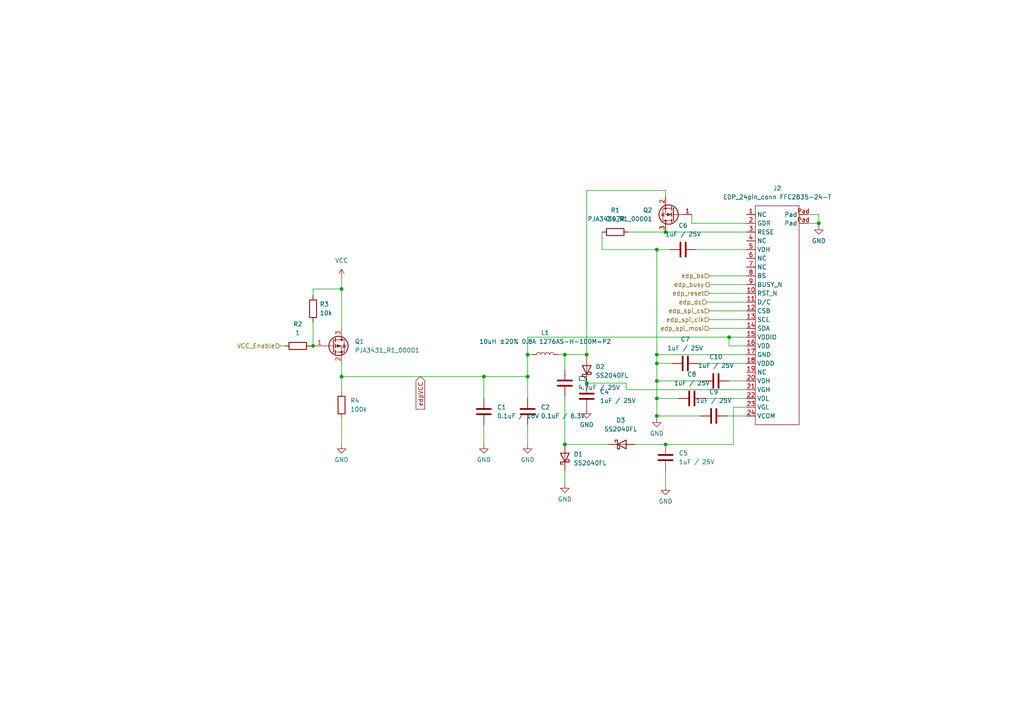
<source format=kicad_sch>
(kicad_sch (version 20250114) (generator "eeschema") (generator_version "9.0")
  (paper "A4")
  (lib_symbols
    (symbol "Device:C" (pin_numbers (hide yes)) (pin_names (offset 0.254))
      (property "Reference" "C" (at 0.635 2.54 0))
      (property "Value" "C" (at 0.635 -2.54 0))
      (symbol "C_0_1"
        (polyline (pts (xy -2.032 0.762) (xy 2.032 0.762)) (stroke (width 0.508)))
        (polyline (pts (xy -2.032 -0.762) (xy 2.032 -0.762)) (stroke (width 0.508)))
      )
      (symbol "C_1_1"
        (pin passive line (at 0 3.81 270) (length 2.794) (name "~") (number "1"))
        (pin passive line (at 0 -3.81 90) (length 2.794) (name "~") (number "2"))
      )
    )
    (symbol "Device:D_Schottky" (pin_numbers (hide yes)) (pin_names (offset 1.016) (hide yes))
      (property "Reference" "D" (at 0 2.54 0))
      (property "Value" "D_Schottky" (at 0 -2.54 0))
      (symbol "D_Schottky_0_1"
        (polyline (pts (xy -1.905 0.635) (xy -1.905 1.27) (xy -1.27 1.27) (xy -1.27 -1.27) (xy -0.635 -1.27) (xy -0.635 -0.635)) (stroke (width 0.254)))
        (polyline (pts (xy 1.27 1.27) (xy 1.27 -1.27) (xy -1.27 0) (xy 1.27 1.27)) (stroke (width 0.254)))
        (polyline (pts (xy 1.27 0) (xy -1.27 0)))
      )
      (symbol "D_Schottky_1_1"
        (pin passive line (at -3.81 0 0) (length 2.54) (name "K") (number "1"))
        (pin passive line (at 3.81 0 180) (length 2.54) (name "A") (number "2"))
      )
    )
    (symbol "Device:L" (pin_numbers (hide yes)) (pin_names (offset 1.016) (hide yes))
      (property "Reference" "L" (at -1.27 0 90))
      (property "Value" "L" (at 1.905 0 90))
      (symbol "L_0_1"
        (arc (start 0 2.54) (mid 0.6323 1.905) (end 0 1.27))
        (arc (start 0 1.27) (mid 0.6323 0.635) (end 0 0))
        (arc (start 0 0) (mid 0.6323 -0.635) (end 0 -1.27))
        (arc (start 0 -1.27) (mid 0.6323 -1.905) (end 0 -2.54))
      )
      (symbol "L_1_1"
        (pin passive line (at 0 3.81 270) (length 1.27) (name "1") (number "1"))
        (pin passive line (at 0 -3.81 90) (length 1.27) (name "2") (number "2"))
      )
    )
    (symbol "Device:Q_NMOS_GSD" (pin_names (offset 0) (hide yes))
      (property "Reference" "Q" (at 5.08 1.27 0))
      (property "Value" "Q_NMOS_GSD" (at 5.08 -1.27 0))
      (symbol "Q_NMOS_GSD_0_1"
        (polyline (pts (xy 0.254 1.905) (xy 0.254 -1.905)) (stroke (width 0.254)))
        (polyline (pts (xy 0.254 0) (xy -2.54 0)))
        (polyline (pts (xy 0.762 2.286) (xy 0.762 1.27)) (stroke (width 0.254)))
        (polyline (pts (xy 0.762 0.508) (xy 0.762 -0.508)) (stroke (width 0.254)))
        (polyline (pts (xy 0.762 -1.27) (xy 0.762 -2.286)) (stroke (width 0.254)))
        (polyline (pts (xy 0.762 -1.778) (xy 3.302 -1.778) (xy 3.302 1.778) (xy 0.762 1.778)))
        (polyline (pts (xy 1.016 0) (xy 2.032 0.381) (xy 2.032 -0.381) (xy 1.016 0)) (fill (type outline)))
        (circle (center 1.651 0) (radius 2.794) (stroke (width 0.254)))
        (polyline (pts (xy 2.54 2.54) (xy 2.54 1.778)))
        (circle (center 2.54 1.778) (radius 0.254) (fill (type outline)))
        (circle (center 2.54 -1.778) (radius 0.254) (fill (type outline)))
        (polyline (pts (xy 2.54 -2.54) (xy 2.54 0) (xy 0.762 0)))
        (polyline (pts (xy 2.794 0.508) (xy 2.921 0.381) (xy 3.683 0.381) (xy 3.81 0.254)))
        (polyline (pts (xy 3.302 0.381) (xy 2.921 -0.254) (xy 3.683 -0.254) (xy 3.302 0.381)))
      )
      (symbol "Q_NMOS_GSD_1_1"
        (pin input line (at -5.08 0 0) (length 2.54) (name "G") (number "1"))
        (pin passive line (at 2.54 5.08 270) (length 2.54) (name "D") (number "3"))
        (pin passive line (at 2.54 -5.08 90) (length 2.54) (name "S") (number "2"))
      )
    )
    (symbol "Device:Q_PMOS_GSD" (pin_names (offset 0) (hide yes))
      (property "Reference" "Q" (at 5.08 1.27 0))
      (property "Value" "Q_PMOS_GSD" (at 5.08 -1.27 0))
      (symbol "Q_PMOS_GSD_0_1"
        (polyline (pts (xy 0.254 1.905) (xy 0.254 -1.905)) (stroke (width 0.254)))
        (polyline (pts (xy 0.254 0) (xy -2.54 0)))
        (polyline (pts (xy 0.762 2.286) (xy 0.762 1.27)) (stroke (width 0.254)))
        (polyline (pts (xy 0.762 1.778) (xy 3.302 1.778) (xy 3.302 -1.778) (xy 0.762 -1.778)))
        (polyline (pts (xy 0.762 0.508) (xy 0.762 -0.508)) (stroke (width 0.254)))
        (polyline (pts (xy 0.762 -1.27) (xy 0.762 -2.286)) (stroke (width 0.254)))
        (circle (center 1.651 0) (radius 2.794) (stroke (width 0.254)))
        (polyline (pts (xy 2.286 0) (xy 1.27 0.381) (xy 1.27 -0.381) (xy 2.286 0)) (fill (type outline)))
        (polyline (pts (xy 2.54 2.54) (xy 2.54 1.778)))
        (circle (center 2.54 1.778) (radius 0.254) (fill (type outline)))
        (circle (center 2.54 -1.778) (radius 0.254) (fill (type outline)))
        (polyline (pts (xy 2.54 -2.54) (xy 2.54 0) (xy 0.762 0)))
        (polyline (pts (xy 2.794 -0.508) (xy 2.921 -0.381) (xy 3.683 -0.381) (xy 3.81 -0.254)))
        (polyline (pts (xy 3.302 -0.381) (xy 2.921 0.254) (xy 3.683 0.254) (xy 3.302 -0.381)))
      )
      (symbol "Q_PMOS_GSD_1_1"
        (pin input line (at -5.08 0 0) (length 2.54) (name "G") (number "1"))
        (pin passive line (at 2.54 5.08 270) (length 2.54) (name "D") (number "3"))
        (pin passive line (at 2.54 -5.08 90) (length 2.54) (name "S") (number "2"))
      )
    )
    (symbol "Device:R" (pin_numbers (hide yes)) (pin_names (offset 0))
      (property "Reference" "R" (at 2.032 0 90))
      (property "Value" "R" (at 0 0 90))
      (symbol "R_0_1"
        (rectangle (start -1.016 -2.54) (end 1.016 2.54) (stroke (width 0.254)))
      )
      (symbol "R_1_1"
        (pin passive line (at 0 3.81 270) (length 1.27) (name "~") (number "1"))
        (pin passive line (at 0 -3.81 90) (length 1.27) (name "~") (number "2"))
      )
    )
    (symbol "EDP_24pin_conn:EDP_24pin_conn"
      (property "Reference" "J" (at 0 3.81 0))
      (property "Value" "EDP_24pin_conn" (at 0 1.27 0))
      (symbol "EDP_24pin_conn_0_1"
        (rectangle (start -6.35 0) (end 6.35 -63.5))
      )
      (symbol "EDP_24pin_conn_1_1"
        (pin free line (at -8.89 -2.54 0) (length 2.54) (name "NC") (number "1"))
        (pin output line (at -8.89 -5.08 0) (length 2.54) (name "GDR") (number "2"))
        (pin input line (at -8.89 -7.62 0) (length 2.54) (name "RESE") (number "3"))
        (pin free line (at -8.89 -10.16 0) (length 2.54) (name "NC") (number "4"))
        (pin power_out line (at -8.89 -12.7 0) (length 2.54) (name "VDH") (number "5"))
        (pin free line (at -8.89 -15.24 0) (length 2.54) (name "NC") (number "6"))
        (pin free line (at -8.89 -17.78 0) (length 2.54) (name "NC") (number "7"))
        (pin input line (at -8.89 -20.32 0) (length 2.54) (name "BS") (number "8"))
        (pin output line (at -8.89 -22.86 0) (length 2.54) (name "BUSY_N") (number "9"))
        (pin input line (at -8.89 -25.4 0) (length 2.54) (name "RST_N") (number "10"))
        (pin input line (at -8.89 -27.94 0) (length 2.54) (name "D/C") (number "11"))
        (pin input line (at -8.89 -30.48 0) (length 2.54) (name "CSB") (number "12"))
        (pin input line (at -8.89 -33.02 0) (length 2.54) (name "SCL") (number "13"))
        (pin input line (at -8.89 -35.56 0) (length 2.54) (name "SDA") (number "14"))
        (pin power_in line (at -8.89 -38.1 0) (length 2.54) (name "VDDIO") (number "15"))
        (pin power_in line (at -8.89 -40.64 0) (length 2.54) (name "VDD") (number "16"))
        (pin power_in line (at -8.89 -43.18 0) (length 2.54) (name "GND") (number "17"))
        (pin power_out line (at -8.89 -45.72 0) (length 2.54) (name "VDDD") (number "18"))
        (pin free line (at -8.89 -48.26 0) (length 2.54) (name "NC") (number "19"))
        (pin power_out line (at -8.89 -50.8 0) (length 2.54) (name "VDH") (number "20"))
        (pin power_out line (at -8.89 -53.34 0) (length 2.54) (name "VGH") (number "21"))
        (pin power_out line (at -8.89 -55.88 0) (length 2.54) (name "VDL") (number "22"))
        (pin power_out line (at -8.89 -58.42 0) (length 2.54) (name "VGL") (number "23"))
        (pin power_out line (at -8.89 -60.96 0) (length 2.54) (name "VCOM") (number "24"))
        (pin passive line (at 8.89 -2.54 180) (length 2.54) (name "Pad") (number "Pad"))
        (pin passive line (at 8.89 -5.08 180) (length 2.54) (name "Pad") (number "Pad"))
      )
    )
    (symbol "power:GND" (power) (pin_names (offset 0))
      (property "Value" "GND" (at 0 -3.81 0))
      (symbol "GND_0_1"
        (polyline (pts (xy 0 0) (xy 0 -1.27) (xy 1.27 -1.27) (xy 0 -2.54) (xy -1.27 -1.27) (xy 0 -1.27)))
      )
      (symbol "GND_1_1"
        (pin power_in line (at 0 0 270) (length 0) (hide yes) (name "GND") (number "1"))
      )
    )
    (symbol "power:VCC" (power) (pin_names (offset 0))
      (property "Value" "VCC" (at 0 3.81 0))
      (symbol "VCC_0_1"
        (polyline (pts (xy -0.762 1.27) (xy 0 2.54)))
        (polyline (pts (xy 0 2.54) (xy 0.762 1.27)))
        (polyline (pts (xy 0 0) (xy 0 2.54)))
      )
      (symbol "VCC_1_1"
        (pin power_in line (at 0 0 90) (length 0) (hide yes) (name "VCC") (number "1"))
      )
    )
  )
  (junction (at 193.04 67.31))
  (junction (at 140.335 109.22))
  (junction (at 163.83 102.87))
  (junction (at 190.5 110.49))
  (junction (at 170.18 111.125))
  (junction (at 170.18 102.87))
  (junction (at 153.035 102.87))
  (junction (at 163.83 128.905))
  (junction (at 90.805 100.33))
  (junction (at 211.455 97.79))
  (junction (at 99.06 83.82))
  (junction (at 237.49 64.77))
  (junction (at 190.5 120.65))
  (junction (at 193.04 128.905))
  (junction (at 99.06 109.22))
  (junction (at 190.5 72.39))
  (junction (at 190.5 105.41))
  (junction (at 153.035 109.22))
  (junction (at 190.5 115.57))
  (junction (at 190.5 102.87))
  (wire (pts (xy 163.83 128.905) (xy 176.53 128.905)))
  (wire (pts (xy 99.06 105.41) (xy 99.06 109.22)))
  (wire (pts (xy 163.83 102.87) (xy 170.18 102.87)))
  (wire (pts (xy 182.245 67.31) (xy 193.04 67.31)))
  (wire (pts (xy 190.5 110.49) (xy 190.5 115.57)))
  (wire (pts (xy 140.335 123.19) (xy 140.335 128.905)))
  (wire (pts (xy 184.15 128.905) (xy 193.04 128.905)))
  (wire (pts (xy 174.625 72.39) (xy 190.5 72.39)))
  (wire (pts (xy 210.82 120.65) (xy 216.535 120.65)))
  (wire (pts (xy 205.105 87.63) (xy 216.535 87.63)))
  (wire (pts (xy 211.455 100.33) (xy 211.455 97.79)))
  (wire (pts (xy 190.5 120.65) (xy 190.5 121.285)))
  (wire (pts (xy 193.04 67.31) (xy 216.535 67.31)))
  (wire (pts (xy 190.5 105.41) (xy 190.5 110.49)))
  (wire (pts (xy 216.535 97.79) (xy 211.455 97.79)))
  (wire (pts (xy 205.74 92.71) (xy 216.535 92.71)))
  (wire (pts (xy 170.18 55.245) (xy 170.18 102.87)))
  (wire (pts (xy 201.93 72.39) (xy 216.535 72.39)))
  (wire (pts (xy 193.04 136.525) (xy 193.04 140.97)))
  (wire (pts (xy 202.565 105.41) (xy 216.535 105.41)))
  (wire (pts (xy 216.535 113.03) (xy 181.61 113.03)))
  (wire (pts (xy 200.66 62.23) (xy 200.66 64.77)))
  (wire (pts (xy 203.835 110.49) (xy 190.5 110.49)))
  (wire (pts (xy 205.74 95.25) (xy 216.535 95.25)))
  (wire (pts (xy 163.83 114.935) (xy 163.83 128.905)))
  (wire (pts (xy 204.47 115.57) (xy 216.535 115.57)))
  (wire (pts (xy 205.74 90.17) (xy 216.535 90.17)))
  (wire (pts (xy 211.455 110.49) (xy 216.535 110.49)))
  (wire (pts (xy 140.335 109.22) (xy 140.335 115.57)))
  (wire (pts (xy 161.925 102.87) (xy 163.83 102.87)))
  (wire (pts (xy 211.455 97.79) (xy 153.035 97.79)))
  (wire (pts (xy 181.61 111.125) (xy 170.18 111.125)))
  (wire (pts (xy 153.035 115.57) (xy 153.035 109.22)))
  (wire (pts (xy 212.725 128.905) (xy 193.04 128.905)))
  (wire (pts (xy 216.535 64.77) (xy 200.66 64.77)))
  (wire (pts (xy 163.83 136.525) (xy 163.83 140.335)))
  (wire (pts (xy 90.805 83.82) (xy 99.06 83.82)))
  (wire (pts (xy 154.305 102.87) (xy 153.035 102.87)))
  (wire (pts (xy 181.61 113.03) (xy 181.61 111.125)))
  (wire (pts (xy 153.035 97.79) (xy 153.035 102.87)))
  (wire (pts (xy 81.28 100.33) (xy 82.55 100.33)))
  (wire (pts (xy 190.5 115.57) (xy 190.5 120.65)))
  (wire (pts (xy 153.035 109.22) (xy 140.335 109.22)))
  (wire (pts (xy 216.535 102.87) (xy 190.5 102.87)))
  (wire (pts (xy 170.18 102.87) (xy 170.18 103.505)))
  (wire (pts (xy 99.06 83.82) (xy 99.06 80.645)))
  (wire (pts (xy 237.49 64.77) (xy 237.49 65.405)))
  (wire (pts (xy 153.035 102.87) (xy 153.035 109.22)))
  (wire (pts (xy 203.2 120.65) (xy 190.5 120.65)))
  (wire (pts (xy 163.83 102.87) (xy 163.83 107.315)))
  (wire (pts (xy 190.5 72.39) (xy 190.5 102.87)))
  (wire (pts (xy 193.04 57.15) (xy 193.04 55.245)))
  (wire (pts (xy 99.06 109.22) (xy 99.06 113.665)))
  (wire (pts (xy 205.74 85.09) (xy 216.535 85.09)))
  (wire (pts (xy 174.625 72.39) (xy 174.625 67.31)))
  (wire (pts (xy 90.805 100.33) (xy 91.44 100.33)))
  (wire (pts (xy 212.725 118.11) (xy 212.725 128.905)))
  (wire (pts (xy 196.85 115.57) (xy 190.5 115.57)))
  (wire (pts (xy 99.06 109.22) (xy 140.335 109.22)))
  (wire (pts (xy 90.805 93.345) (xy 90.805 100.33)))
  (wire (pts (xy 205.74 82.55) (xy 216.535 82.55)))
  (wire (pts (xy 194.945 105.41) (xy 190.5 105.41)))
  (wire (pts (xy 234.315 62.23) (xy 237.49 62.23)))
  (wire (pts (xy 90.805 85.725) (xy 90.805 83.82)))
  (wire (pts (xy 216.535 118.11) (xy 212.725 118.11)))
  (wire (pts (xy 216.535 100.33) (xy 211.455 100.33)))
  (wire (pts (xy 90.17 100.33) (xy 90.805 100.33)))
  (wire (pts (xy 153.035 123.19) (xy 153.035 128.905)))
  (wire (pts (xy 234.315 64.77) (xy 237.49 64.77)))
  (wire (pts (xy 190.5 102.87) (xy 190.5 105.41)))
  (wire (pts (xy 99.06 95.25) (xy 99.06 83.82)))
  (wire (pts (xy 190.5 72.39) (xy 194.31 72.39)))
  (wire (pts (xy 193.04 55.245) (xy 170.18 55.245)))
  (wire (pts (xy 99.06 121.285) (xy 99.06 128.905)))
  (wire (pts (xy 237.49 62.23) (xy 237.49 64.77)))
  (wire (pts (xy 205.74 80.01) (xy 216.535 80.01)))
  (global_label "edpVCC" (shape input) (at 121.92 109.22 270) (property "Intersheetrefs" "${INTERSHEET_REFS}" (effects (hide yes))))
  (hierarchical_label "edp_reset" (shape input) (at 205.74 85.09 180))
  (hierarchical_label "VCC_Enable" (shape input) (at 81.28 100.33 180))
  (hierarchical_label "edp_spi_cs" (shape input) (at 205.74 90.17 180))
  (hierarchical_label "edp_busy" (shape output) (at 205.74 82.55 180))
  (hierarchical_label "edp_bs" (shape input) (at 205.74 80.01 180))
  (hierarchical_label "edp_spi_clk" (shape input) (at 205.74 92.71 180))
  (hierarchical_label "edp_spi_mosi" (shape input) (at 205.74 95.25 180))
  (hierarchical_label "edp_dc" (shape input) (at 205.105 87.63 180))
  (symbol (lib_id "Device:C") (at 200.66 115.57 270) (unit 1)
    (property "Reference" "C8" (at 200.66 108.585 90))
    (property "Value" "1uF / 25V" (at 200.66 111.125 90))
    (property "Footprint" "Capacitor_SMD:C_0402_1005Metric_Pad0.74x0.62mm_HandSolder" (effects (hide yes)))
  )
  (symbol (lib_id "Device:D_Schottky") (at 170.18 107.315 90) (unit 1)
    (property "Reference" "D2" (at 172.72 106.3624 90) (effects (justify right)))
    (property "Value" "SS2040FL" (at 172.72 108.9024 90) (effects (justify right)))
    (property "Footprint" "Diode_SMD:D_SOD-123F" (effects (hide yes)))
  )
  (symbol (lib_id "Device:C") (at 163.83 111.125 180) (unit 1)
    (property "Reference" "C3" (at 167.64 109.8549 0) (effects (justify right)))
    (property "Value" "4.7uF / 25V" (at 167.64 112.3949 0) (effects (justify right)))
    (property "Footprint" "Capacitor_SMD:C_0402_1005Metric_Pad0.74x0.62mm_HandSolder" (effects (hide yes)))
  )
  (symbol (lib_id "EDP_24pin_conn:EDP_24pin_conn") (at 225.425 59.69 0) (unit 1)
    (property "Reference" "J2" (at 225.425 54.61 0))
    (property "Value" "EDP_24pin_conn FFC2B35-24-T" (at 225.425 57.15 0))
    (property "Footprint" "FFC2B35-24-T:FFC2B35-24-T" (effects (hide yes)))
    (property "Datasheet" "https://gct.co/files/drawings/ffc2b35.pdf" (effects (hide yes)))
  )
  (symbol (lib_id "Device:C") (at 198.755 105.41 270) (unit 1)
    (property "Reference" "C7" (at 198.755 98.425 90))
    (property "Value" "1uF / 25V" (at 198.755 100.965 90))
    (property "Footprint" "Capacitor_SMD:C_0402_1005Metric_Pad0.74x0.62mm_HandSolder" (effects (hide yes)))
  )
  (symbol (lib_id "Device:C") (at 153.035 119.38 0) (unit 1)
    (property "Reference" "C2" (at 156.845 118.1099 0) (effects (justify left)))
    (property "Value" "0.1uF / 6.3V" (at 156.845 120.6499 0) (effects (justify left)))
    (property "Footprint" "Capacitor_SMD:C_0402_1005Metric_Pad0.74x0.62mm_HandSolder" (effects (hide yes)))
  )
  (symbol (lib_id "Device:C") (at 170.18 114.935 180) (unit 1)
    (property "Reference" "C4" (at 173.99 113.6649 0) (effects (justify right)))
    (property "Value" "1uF / 25V" (at 173.99 116.2049 0) (effects (justify right)))
    (property "Footprint" "Capacitor_SMD:C_0402_1005Metric_Pad0.74x0.62mm_HandSolder" (effects (hide yes)))
  )
  (symbol (lib_id "Device:C") (at 198.12 72.39 90) (unit 1)
    (property "Reference" "C6" (at 198.12 65.405 90))
    (property "Value" "1uF / 25V" (at 198.12 67.945 90))
    (property "Footprint" "Capacitor_SMD:C_0402_1005Metric_Pad0.74x0.62mm_HandSolder" (effects (hide yes)))
  )
  (symbol (lib_id "Device:R") (at 99.06 117.475 180) (unit 1)
    (property "Reference" "R4" (at 101.6 116.2049 0) (effects (justify right)))
    (property "Value" "100k" (at 101.6 118.7449 0) (effects (justify right)))
    (property "Footprint" "Resistor_SMD:R_0402_1005Metric_Pad0.72x0.64mm_HandSolder" (effects (hide yes)))
  )
  (symbol (lib_id "Device:Q_NMOS_GSD") (at 195.58 62.23 180) (unit 1)
    (property "Reference" "Q2" (at 189.23 60.9599 0) (effects (justify left)))
    (property "Value" "PJA3430_R1_00001" (at 189.23 63.4999 0) (effects (justify left)))
    (property "Footprint" "Package_TO_SOT_SMD:SOT-23" (effects (hide yes)))
  )
  (symbol (lib_id "Device:C") (at 207.645 110.49 270) (unit 1)
    (property "Reference" "C10" (at 207.645 103.505 90))
    (property "Value" "1uF / 25V" (at 207.645 106.045 90))
    (property "Footprint" "Capacitor_SMD:C_0402_1005Metric_Pad0.74x0.62mm_HandSolder" (effects (hide yes)))
  )
  (symbol (lib_id "Device:D_Schottky") (at 163.83 132.715 90) (unit 1)
    (property "Reference" "D1" (at 166.37 131.7624 90) (effects (justify right)))
    (property "Value" "SS2040FL" (at 166.37 134.3024 90) (effects (justify right)))
    (property "Footprint" "Diode_SMD:D_SOD-123F" (effects (hide yes)))
  )
  (symbol (lib_id "Device:R") (at 90.805 89.535 180) (unit 1)
    (property "Reference" "R3" (at 92.71 88.2649 0) (effects (justify right)))
    (property "Value" "10k" (at 92.71 90.8049 0) (effects (justify right)))
    (property "Footprint" "Resistor_SMD:R_0402_1005Metric_Pad0.72x0.64mm_HandSolder" (effects (hide yes)))
  )
  (symbol (lib_id "power:GND") (at 170.18 118.745 0) (unit 1)
    (property "Reference" "#PWR010" (effects (hide yes)))
    (property "Value" "GND" (at 170.18 123.19 0))
  )
  (symbol (lib_id "Device:C") (at 207.01 120.65 270) (unit 1)
    (property "Reference" "C9" (at 207.01 113.665 90))
    (property "Value" "1uF / 25V" (at 207.01 116.205 90))
    (property "Footprint" "Capacitor_SMD:C_0402_1005Metric_Pad0.74x0.62mm_HandSolder" (effects (hide yes)))
  )
  (symbol (lib_id "power:VCC") (at 99.06 80.645 0) (unit 1)
    (property "Reference" "#PWR06" (effects (hide yes)))
    (property "Value" "VCC" (at 99.06 75.565 0))
  )
  (symbol (lib_id "power:GND") (at 190.5 121.285 0) (unit 1)
    (property "Reference" "#PWR011" (effects (hide yes)))
    (property "Value" "GND" (at 190.5 125.73 0))
  )
  (symbol (lib_id "power:GND") (at 153.035 128.905 0) (unit 1)
    (property "Reference" "#PWR08" (effects (hide yes)))
    (property "Value" "GND" (at 153.035 133.35 0))
  )
  (symbol (lib_id "Device:R") (at 86.36 100.33 90) (unit 1)
    (property "Reference" "R2" (at 86.36 93.98 90))
    (property "Value" "1" (at 86.36 96.52 90))
    (property "Footprint" "Resistor_SMD:R_0402_1005Metric_Pad0.72x0.64mm_HandSolder" (effects (hide yes)))
  )
  (symbol (lib_id "Device:C") (at 140.335 119.38 0) (unit 1)
    (property "Reference" "C1" (at 144.145 118.1099 0) (effects (justify left)))
    (property "Value" "0.1uF / 16V" (at 144.145 120.6499 0) (effects (justify left)))
    (property "Footprint" "Capacitor_SMD:C_0402_1005Metric_Pad0.74x0.62mm_HandSolder" (effects (hide yes)))
  )
  (symbol (lib_id "Device:D_Schottky") (at 180.34 128.905 0) (unit 1)
    (property "Reference" "D3" (at 180.0225 121.92 0))
    (property "Value" "SS2040FL" (at 180.0225 124.46 0))
    (property "Footprint" "Diode_SMD:D_SOD-123F" (effects (hide yes)))
  )
  (symbol (lib_id "power:GND") (at 163.83 140.335 0) (unit 1)
    (property "Reference" "#PWR09" (effects (hide yes)))
    (property "Value" "GND" (at 163.83 144.78 0))
  )
  (symbol (lib_id "power:GND") (at 237.49 65.405 0) (unit 1)
    (property "Reference" "#PWR0103" (effects (hide yes)))
    (property "Value" "GND" (at 237.49 69.85 0))
  )
  (symbol (lib_id "power:GND") (at 193.04 140.97 0) (unit 1)
    (property "Reference" "#PWR012" (effects (hide yes)))
    (property "Value" "GND" (at 193.04 145.415 0))
  )
  (symbol (lib_id "power:GND") (at 140.335 128.905 0) (unit 1)
    (property "Reference" "#PWR07" (effects (hide yes)))
    (property "Value" "GND" (at 140.335 133.35 0))
  )
  (symbol (lib_id "Device:L") (at 158.115 102.87 90) (unit 1)
    (property "Reference" "L1" (at 158.115 96.52 90))
    (property "Value" "10uH ±20% 0.8A 1276AS-H-100M=P2" (at 158.115 99.06 90))
    (property "Footprint" "Inductor_SMD:L_1210_3225Metric_Pad1.42x2.65mm_HandSolder" (effects (hide yes)))
  )
  (symbol (lib_id "Device:Q_PMOS_GSD") (at 96.52 100.33 0) (unit 1)
    (property "Reference" "Q1" (at 102.87 99.0599 0) (effects (justify left)))
    (property "Value" "PJA3431_R1_00001" (at 102.87 101.5999 0) (effects (justify left)))
    (property "Footprint" "Package_TO_SOT_SMD:SOT-23" (effects (hide yes)))
  )
  (symbol (lib_id "Device:R") (at 178.435 67.31 90) (unit 1)
    (property "Reference" "R1" (at 178.435 60.96 90))
    (property "Value" "0.47R" (at 178.435 63.5 90))
    (property "Footprint" "Resistor_SMD:R_0402_1005Metric_Pad0.72x0.64mm_HandSolder" (effects (hide yes)))
  )
  (symbol (lib_id "Device:C") (at 193.04 132.715 180) (unit 1)
    (property "Reference" "C5" (at 196.85 131.4449 0) (effects (justify right)))
    (property "Value" "1uF / 25V" (at 196.85 133.9849 0) (effects (justify right)))
    (property "Footprint" "Capacitor_SMD:C_0402_1005Metric_Pad0.74x0.62mm_HandSolder" (effects (hide yes)))
  )
  (symbol (lib_id "power:GND") (at 99.06 128.905 0) (unit 1)
    (property "Reference" "#PWR016" (effects (hide yes)))
    (property "Value" "GND" (at 99.06 133.35 0))
  )
)
</source>
